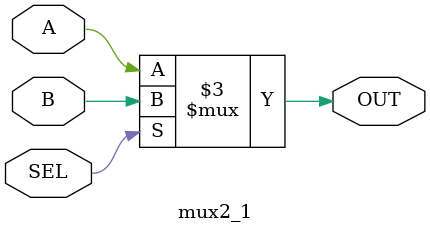
<source format=v>
`timescale 1ns/1ps
module mux2_1(SEL, A, B, OUT);
input SEL, A, B;
output OUT;
reg OUT;

always @(SEL or A or B) 
begin
   if(SEL) 
      OUT = B;
   else 
      OUT = A;
end
endmodule

</source>
